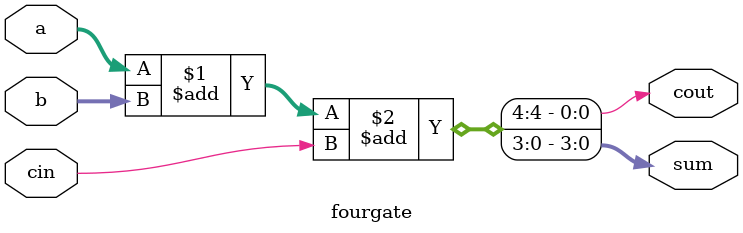
<source format=v>
`timescale 1ns / 1ps
module fourgate(a, b, cin, cout, sum
    );

input [3:0] a;
input [3:0] b;
input cin;

output [3:0] sum;
output cout;


assign {cout, sum} = a + b + cin;



endmodule

</source>
